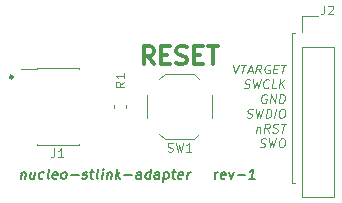
<source format=gbr>
%TF.GenerationSoftware,KiCad,Pcbnew,5.1.6-c6e7f7d~87~ubuntu18.04.1*%
%TF.CreationDate,2020-07-27T20:58:04-04:00*%
%TF.ProjectId,nucleo-stlink-adapter,6e75636c-656f-42d7-9374-6c696e6b2d61,rev?*%
%TF.SameCoordinates,Original*%
%TF.FileFunction,Legend,Top*%
%TF.FilePolarity,Positive*%
%FSLAX46Y46*%
G04 Gerber Fmt 4.6, Leading zero omitted, Abs format (unit mm)*
G04 Created by KiCad (PCBNEW 5.1.6-c6e7f7d~87~ubuntu18.04.1) date 2020-07-27 20:58:04*
%MOMM*%
%LPD*%
G01*
G04 APERTURE LIST*
%ADD10C,0.120000*%
%ADD11C,0.125000*%
%ADD12C,0.300000*%
%ADD13C,0.150000*%
%ADD14C,0.250000*%
G04 APERTURE END LIST*
D10*
X123500000Y-87750000D02*
X123750000Y-87750000D01*
X123500000Y-75000000D02*
X123500000Y-87750000D01*
X123750000Y-75000000D02*
X123500000Y-75000000D01*
D11*
X118570312Y-77714285D02*
X118726562Y-78464285D01*
X119070312Y-77714285D01*
X119213169Y-77714285D02*
X119641741Y-77714285D01*
X119333705Y-78464285D02*
X119427455Y-77714285D01*
X119789062Y-78250000D02*
X120146205Y-78250000D01*
X119690848Y-78464285D02*
X120034598Y-77714285D01*
X120190848Y-78464285D01*
X120869419Y-78464285D02*
X120664062Y-78107142D01*
X120440848Y-78464285D02*
X120534598Y-77714285D01*
X120820312Y-77714285D01*
X120887276Y-77750000D01*
X120918526Y-77785714D01*
X120945312Y-77857142D01*
X120931919Y-77964285D01*
X120887276Y-78035714D01*
X120847098Y-78071428D01*
X120771205Y-78107142D01*
X120485491Y-78107142D01*
X121672991Y-77750000D02*
X121606026Y-77714285D01*
X121498883Y-77714285D01*
X121387276Y-77750000D01*
X121306919Y-77821428D01*
X121262276Y-77892857D01*
X121208705Y-78035714D01*
X121195312Y-78142857D01*
X121213169Y-78285714D01*
X121239955Y-78357142D01*
X121302455Y-78428571D01*
X121405133Y-78464285D01*
X121476562Y-78464285D01*
X121588169Y-78428571D01*
X121628348Y-78392857D01*
X121659598Y-78142857D01*
X121516741Y-78142857D01*
X121989955Y-78071428D02*
X122239955Y-78071428D01*
X122297991Y-78464285D02*
X121940848Y-78464285D01*
X122034598Y-77714285D01*
X122391741Y-77714285D01*
X122606026Y-77714285D02*
X123034598Y-77714285D01*
X122726562Y-78464285D02*
X122820312Y-77714285D01*
X119481026Y-79678571D02*
X119583705Y-79714285D01*
X119762276Y-79714285D01*
X119838169Y-79678571D01*
X119878348Y-79642857D01*
X119922991Y-79571428D01*
X119931919Y-79500000D01*
X119905133Y-79428571D01*
X119873883Y-79392857D01*
X119806919Y-79357142D01*
X119668526Y-79321428D01*
X119601562Y-79285714D01*
X119570312Y-79250000D01*
X119543526Y-79178571D01*
X119552455Y-79107142D01*
X119597098Y-79035714D01*
X119637276Y-79000000D01*
X119713169Y-78964285D01*
X119891741Y-78964285D01*
X119994419Y-79000000D01*
X120248883Y-78964285D02*
X120333705Y-79714285D01*
X120543526Y-79178571D01*
X120619419Y-79714285D01*
X120891741Y-78964285D01*
X121521205Y-79642857D02*
X121481026Y-79678571D01*
X121369419Y-79714285D01*
X121297991Y-79714285D01*
X121195312Y-79678571D01*
X121132812Y-79607142D01*
X121106026Y-79535714D01*
X121088169Y-79392857D01*
X121101562Y-79285714D01*
X121155133Y-79142857D01*
X121199776Y-79071428D01*
X121280133Y-79000000D01*
X121391741Y-78964285D01*
X121463169Y-78964285D01*
X121565848Y-79000000D01*
X121597098Y-79035714D01*
X122190848Y-79714285D02*
X121833705Y-79714285D01*
X121927455Y-78964285D01*
X122440848Y-79714285D02*
X122534598Y-78964285D01*
X122869419Y-79714285D02*
X122601562Y-79285714D01*
X122963169Y-78964285D02*
X122481026Y-79392857D01*
X121387276Y-80250000D02*
X121320312Y-80214285D01*
X121213169Y-80214285D01*
X121101562Y-80250000D01*
X121021205Y-80321428D01*
X120976562Y-80392857D01*
X120922991Y-80535714D01*
X120909598Y-80642857D01*
X120927455Y-80785714D01*
X120954241Y-80857142D01*
X121016741Y-80928571D01*
X121119419Y-80964285D01*
X121190848Y-80964285D01*
X121302455Y-80928571D01*
X121342633Y-80892857D01*
X121373883Y-80642857D01*
X121231026Y-80642857D01*
X121655133Y-80964285D02*
X121748883Y-80214285D01*
X122083705Y-80964285D01*
X122177455Y-80214285D01*
X122440848Y-80964285D02*
X122534598Y-80214285D01*
X122713169Y-80214285D01*
X122815848Y-80250000D01*
X122878348Y-80321428D01*
X122905133Y-80392857D01*
X122922991Y-80535714D01*
X122909598Y-80642857D01*
X122856026Y-80785714D01*
X122811383Y-80857142D01*
X122731026Y-80928571D01*
X122619419Y-80964285D01*
X122440848Y-80964285D01*
X119695312Y-82178571D02*
X119797991Y-82214285D01*
X119976562Y-82214285D01*
X120052455Y-82178571D01*
X120092633Y-82142857D01*
X120137276Y-82071428D01*
X120146205Y-82000000D01*
X120119419Y-81928571D01*
X120088169Y-81892857D01*
X120021205Y-81857142D01*
X119882812Y-81821428D01*
X119815848Y-81785714D01*
X119784598Y-81750000D01*
X119757812Y-81678571D01*
X119766741Y-81607142D01*
X119811383Y-81535714D01*
X119851562Y-81500000D01*
X119927455Y-81464285D01*
X120106026Y-81464285D01*
X120208705Y-81500000D01*
X120463169Y-81464285D02*
X120547991Y-82214285D01*
X120757812Y-81678571D01*
X120833705Y-82214285D01*
X121106026Y-81464285D01*
X121297991Y-82214285D02*
X121391741Y-81464285D01*
X121570312Y-81464285D01*
X121672991Y-81500000D01*
X121735491Y-81571428D01*
X121762276Y-81642857D01*
X121780133Y-81785714D01*
X121766741Y-81892857D01*
X121713169Y-82035714D01*
X121668526Y-82107142D01*
X121588169Y-82178571D01*
X121476562Y-82214285D01*
X121297991Y-82214285D01*
X122047991Y-82214285D02*
X122141741Y-81464285D01*
X122641741Y-81464285D02*
X122784598Y-81464285D01*
X122851562Y-81500000D01*
X122914062Y-81571428D01*
X122931919Y-81714285D01*
X122900669Y-81964285D01*
X122847098Y-82107142D01*
X122766741Y-82178571D01*
X122690848Y-82214285D01*
X122547991Y-82214285D01*
X122481026Y-82178571D01*
X122418526Y-82107142D01*
X122400669Y-81964285D01*
X122431919Y-81714285D01*
X122485491Y-81571428D01*
X122565848Y-81500000D01*
X122641741Y-81464285D01*
X120539062Y-82964285D02*
X120476562Y-83464285D01*
X120530133Y-83035714D02*
X120570312Y-83000000D01*
X120646205Y-82964285D01*
X120753348Y-82964285D01*
X120820312Y-83000000D01*
X120847098Y-83071428D01*
X120797991Y-83464285D01*
X121583705Y-83464285D02*
X121378348Y-83107142D01*
X121155133Y-83464285D02*
X121248883Y-82714285D01*
X121534598Y-82714285D01*
X121601562Y-82750000D01*
X121632812Y-82785714D01*
X121659598Y-82857142D01*
X121646205Y-82964285D01*
X121601562Y-83035714D01*
X121561383Y-83071428D01*
X121485491Y-83107142D01*
X121199776Y-83107142D01*
X121873883Y-83428571D02*
X121976562Y-83464285D01*
X122155133Y-83464285D01*
X122231026Y-83428571D01*
X122271205Y-83392857D01*
X122315848Y-83321428D01*
X122324776Y-83250000D01*
X122297991Y-83178571D01*
X122266741Y-83142857D01*
X122199776Y-83107142D01*
X122061383Y-83071428D01*
X121994419Y-83035714D01*
X121963169Y-83000000D01*
X121936383Y-82928571D01*
X121945312Y-82857142D01*
X121989955Y-82785714D01*
X122030133Y-82750000D01*
X122106026Y-82714285D01*
X122284598Y-82714285D01*
X122387276Y-82750000D01*
X122606026Y-82714285D02*
X123034598Y-82714285D01*
X122726562Y-83464285D02*
X122820312Y-82714285D01*
X120802455Y-84678571D02*
X120905133Y-84714285D01*
X121083705Y-84714285D01*
X121159598Y-84678571D01*
X121199776Y-84642857D01*
X121244419Y-84571428D01*
X121253348Y-84500000D01*
X121226562Y-84428571D01*
X121195312Y-84392857D01*
X121128348Y-84357142D01*
X120989955Y-84321428D01*
X120922991Y-84285714D01*
X120891741Y-84250000D01*
X120864955Y-84178571D01*
X120873883Y-84107142D01*
X120918526Y-84035714D01*
X120958705Y-84000000D01*
X121034598Y-83964285D01*
X121213169Y-83964285D01*
X121315848Y-84000000D01*
X121570312Y-83964285D02*
X121655133Y-84714285D01*
X121864955Y-84178571D01*
X121940848Y-84714285D01*
X122213169Y-83964285D01*
X122641741Y-83964285D02*
X122784598Y-83964285D01*
X122851562Y-84000000D01*
X122914062Y-84071428D01*
X122931919Y-84214285D01*
X122900669Y-84464285D01*
X122847098Y-84607142D01*
X122766741Y-84678571D01*
X122690848Y-84714285D01*
X122547991Y-84714285D01*
X122481026Y-84678571D01*
X122418526Y-84607142D01*
X122400669Y-84464285D01*
X122431919Y-84214285D01*
X122485491Y-84071428D01*
X122565848Y-84000000D01*
X122641741Y-83964285D01*
D12*
X111821428Y-77678571D02*
X111321428Y-76964285D01*
X110964285Y-77678571D02*
X110964285Y-76178571D01*
X111535714Y-76178571D01*
X111678571Y-76250000D01*
X111750000Y-76321428D01*
X111821428Y-76464285D01*
X111821428Y-76678571D01*
X111750000Y-76821428D01*
X111678571Y-76892857D01*
X111535714Y-76964285D01*
X110964285Y-76964285D01*
X112464285Y-76892857D02*
X112964285Y-76892857D01*
X113178571Y-77678571D02*
X112464285Y-77678571D01*
X112464285Y-76178571D01*
X113178571Y-76178571D01*
X113750000Y-77607142D02*
X113964285Y-77678571D01*
X114321428Y-77678571D01*
X114464285Y-77607142D01*
X114535714Y-77535714D01*
X114607142Y-77392857D01*
X114607142Y-77250000D01*
X114535714Y-77107142D01*
X114464285Y-77035714D01*
X114321428Y-76964285D01*
X114035714Y-76892857D01*
X113892857Y-76821428D01*
X113821428Y-76750000D01*
X113750000Y-76607142D01*
X113750000Y-76464285D01*
X113821428Y-76321428D01*
X113892857Y-76250000D01*
X114035714Y-76178571D01*
X114392857Y-76178571D01*
X114607142Y-76250000D01*
X115250000Y-76892857D02*
X115750000Y-76892857D01*
X115964285Y-77678571D02*
X115250000Y-77678571D01*
X115250000Y-76178571D01*
X115964285Y-76178571D01*
X116392857Y-76178571D02*
X117250000Y-76178571D01*
X116821428Y-77678571D02*
X116821428Y-76178571D01*
D13*
X116983422Y-87384523D02*
X117054255Y-86817857D01*
X117034017Y-86979761D02*
X117084613Y-86898809D01*
X117130148Y-86858333D01*
X117216160Y-86817857D01*
X117297113Y-86817857D01*
X117838482Y-87344047D02*
X117752470Y-87384523D01*
X117590565Y-87384523D01*
X117514672Y-87344047D01*
X117484315Y-87263095D01*
X117524791Y-86939285D01*
X117575386Y-86858333D01*
X117661398Y-86817857D01*
X117823303Y-86817857D01*
X117899196Y-86858333D01*
X117929553Y-86939285D01*
X117919434Y-87020238D01*
X117504553Y-87101190D01*
X118228065Y-86817857D02*
X118359613Y-87384523D01*
X118632827Y-86817857D01*
X118926279Y-87060714D02*
X119573898Y-87060714D01*
X120383422Y-87384523D02*
X119897708Y-87384523D01*
X120140565Y-87384523D02*
X120246815Y-86534523D01*
X120150684Y-86655952D01*
X120059613Y-86736904D01*
X119973601Y-86777380D01*
X100630446Y-86817857D02*
X100559613Y-87384523D01*
X100620327Y-86898809D02*
X100665863Y-86858333D01*
X100751875Y-86817857D01*
X100873303Y-86817857D01*
X100949196Y-86858333D01*
X100979553Y-86939285D01*
X100923898Y-87384523D01*
X101763779Y-86817857D02*
X101692946Y-87384523D01*
X101399494Y-86817857D02*
X101343839Y-87263095D01*
X101374196Y-87344047D01*
X101450089Y-87384523D01*
X101571517Y-87384523D01*
X101657529Y-87344047D01*
X101703065Y-87303571D01*
X102467053Y-87344047D02*
X102381041Y-87384523D01*
X102219136Y-87384523D01*
X102143244Y-87344047D01*
X102107827Y-87303571D01*
X102077470Y-87222619D01*
X102107827Y-86979761D01*
X102158422Y-86898809D01*
X102203958Y-86858333D01*
X102289970Y-86817857D01*
X102451875Y-86817857D01*
X102527767Y-86858333D01*
X102947708Y-87384523D02*
X102871815Y-87344047D01*
X102841458Y-87263095D01*
X102932529Y-86534523D01*
X103600386Y-87344047D02*
X103514375Y-87384523D01*
X103352470Y-87384523D01*
X103276577Y-87344047D01*
X103246220Y-87263095D01*
X103286696Y-86939285D01*
X103337291Y-86858333D01*
X103423303Y-86817857D01*
X103585208Y-86817857D01*
X103661101Y-86858333D01*
X103691458Y-86939285D01*
X103681339Y-87020238D01*
X103266458Y-87101190D01*
X104121517Y-87384523D02*
X104045625Y-87344047D01*
X104010208Y-87303571D01*
X103979851Y-87222619D01*
X104010208Y-86979761D01*
X104060803Y-86898809D01*
X104106339Y-86858333D01*
X104192351Y-86817857D01*
X104313779Y-86817857D01*
X104389672Y-86858333D01*
X104425089Y-86898809D01*
X104455446Y-86979761D01*
X104425089Y-87222619D01*
X104374494Y-87303571D01*
X104328958Y-87344047D01*
X104242946Y-87384523D01*
X104121517Y-87384523D01*
X104809613Y-87060714D02*
X105457232Y-87060714D01*
X105786101Y-87344047D02*
X105861994Y-87384523D01*
X106023898Y-87384523D01*
X106109910Y-87344047D01*
X106160505Y-87263095D01*
X106165565Y-87222619D01*
X106135208Y-87141666D01*
X106059315Y-87101190D01*
X105937886Y-87101190D01*
X105861994Y-87060714D01*
X105831636Y-86979761D01*
X105836696Y-86939285D01*
X105887291Y-86858333D01*
X105973303Y-86817857D01*
X106094732Y-86817857D01*
X106170625Y-86858333D01*
X106459017Y-86817857D02*
X106782827Y-86817857D01*
X106615863Y-86534523D02*
X106524791Y-87263095D01*
X106555148Y-87344047D01*
X106631041Y-87384523D01*
X106711994Y-87384523D01*
X107116755Y-87384523D02*
X107040863Y-87344047D01*
X107010505Y-87263095D01*
X107101577Y-86534523D01*
X107440565Y-87384523D02*
X107511398Y-86817857D01*
X107546815Y-86534523D02*
X107501279Y-86575000D01*
X107536696Y-86615476D01*
X107582232Y-86575000D01*
X107546815Y-86534523D01*
X107536696Y-86615476D01*
X107916160Y-86817857D02*
X107845327Y-87384523D01*
X107906041Y-86898809D02*
X107951577Y-86858333D01*
X108037589Y-86817857D01*
X108159017Y-86817857D01*
X108234910Y-86858333D01*
X108265267Y-86939285D01*
X108209613Y-87384523D01*
X108614375Y-87384523D02*
X108720625Y-86534523D01*
X108735803Y-87060714D02*
X108938184Y-87384523D01*
X109009017Y-86817857D02*
X108644732Y-87141666D01*
X109342946Y-87060714D02*
X109990565Y-87060714D01*
X110719136Y-87384523D02*
X110774791Y-86939285D01*
X110744434Y-86858333D01*
X110668541Y-86817857D01*
X110506636Y-86817857D01*
X110420625Y-86858333D01*
X110724196Y-87344047D02*
X110638184Y-87384523D01*
X110435803Y-87384523D01*
X110359910Y-87344047D01*
X110329553Y-87263095D01*
X110339672Y-87182142D01*
X110390267Y-87101190D01*
X110476279Y-87060714D01*
X110678660Y-87060714D01*
X110764672Y-87020238D01*
X111488184Y-87384523D02*
X111594434Y-86534523D01*
X111493244Y-87344047D02*
X111407232Y-87384523D01*
X111245327Y-87384523D01*
X111169434Y-87344047D01*
X111134017Y-87303571D01*
X111103660Y-87222619D01*
X111134017Y-86979761D01*
X111184613Y-86898809D01*
X111230148Y-86858333D01*
X111316160Y-86817857D01*
X111478065Y-86817857D01*
X111553958Y-86858333D01*
X112257232Y-87384523D02*
X112312886Y-86939285D01*
X112282529Y-86858333D01*
X112206636Y-86817857D01*
X112044732Y-86817857D01*
X111958720Y-86858333D01*
X112262291Y-87344047D02*
X112176279Y-87384523D01*
X111973898Y-87384523D01*
X111898005Y-87344047D01*
X111867648Y-87263095D01*
X111877767Y-87182142D01*
X111928363Y-87101190D01*
X112014375Y-87060714D01*
X112216755Y-87060714D01*
X112302767Y-87020238D01*
X112732827Y-86817857D02*
X112626577Y-87667857D01*
X112727767Y-86858333D02*
X112813779Y-86817857D01*
X112975684Y-86817857D01*
X113051577Y-86858333D01*
X113086994Y-86898809D01*
X113117351Y-86979761D01*
X113086994Y-87222619D01*
X113036398Y-87303571D01*
X112990863Y-87344047D01*
X112904851Y-87384523D01*
X112742946Y-87384523D01*
X112667053Y-87344047D01*
X113380446Y-86817857D02*
X113704255Y-86817857D01*
X113537291Y-86534523D02*
X113446220Y-87263095D01*
X113476577Y-87344047D01*
X113552470Y-87384523D01*
X113633422Y-87384523D01*
X114245625Y-87344047D02*
X114159613Y-87384523D01*
X113997708Y-87384523D01*
X113921815Y-87344047D01*
X113891458Y-87263095D01*
X113931934Y-86939285D01*
X113982529Y-86858333D01*
X114068541Y-86817857D01*
X114230446Y-86817857D01*
X114306339Y-86858333D01*
X114336696Y-86939285D01*
X114326577Y-87020238D01*
X113911696Y-87101190D01*
X114645327Y-87384523D02*
X114716160Y-86817857D01*
X114695922Y-86979761D02*
X114746517Y-86898809D01*
X114792053Y-86858333D01*
X114878065Y-86817857D01*
X114959017Y-86817857D01*
D14*
X99875000Y-78750000D02*
G75*
G03*
X99875000Y-78750000I-125000J0D01*
G01*
D10*
%TO.C,SW1*%
X115693377Y-78953066D02*
X115243377Y-78503066D01*
X112293377Y-78953066D02*
X112743377Y-78503066D01*
X112293377Y-83553066D02*
X112743377Y-84003066D01*
X115693377Y-83553066D02*
X115243377Y-84003066D01*
X111243377Y-82253066D02*
X111243377Y-80253066D01*
X115243377Y-78503066D02*
X112743377Y-78503066D01*
X116743377Y-82253066D02*
X116743377Y-80253066D01*
X115243377Y-84003066D02*
X112743377Y-84003066D01*
%TO.C,R1*%
X109512269Y-81424289D02*
X109512269Y-81098731D01*
X108492269Y-81424289D02*
X108492269Y-81098731D01*
%TO.C,J2*%
X124400000Y-73600000D02*
X125730000Y-73600000D01*
X124400000Y-74930000D02*
X124400000Y-73600000D01*
X124400000Y-76200000D02*
X127060000Y-76200000D01*
X127060000Y-76200000D02*
X127060000Y-88960000D01*
X124400000Y-76200000D02*
X124400000Y-88960000D01*
X124400000Y-88960000D02*
X127060000Y-88960000D01*
%TO.C,J1*%
X105465000Y-84420000D02*
X105465000Y-84485000D01*
X101935000Y-84420000D02*
X101935000Y-84485000D01*
X105465000Y-78015000D02*
X105465000Y-78080000D01*
X101935000Y-78015000D02*
X101935000Y-78080000D01*
X100610000Y-78080000D02*
X101935000Y-78080000D01*
X101935000Y-84485000D02*
X105465000Y-84485000D01*
X101935000Y-78015000D02*
X105465000Y-78015000D01*
%TO.C,SW1*%
D11*
X112993377Y-85061446D02*
X113100519Y-85097160D01*
X113279091Y-85097160D01*
X113350519Y-85061446D01*
X113386234Y-85025732D01*
X113421948Y-84954303D01*
X113421948Y-84882875D01*
X113386234Y-84811446D01*
X113350519Y-84775732D01*
X113279091Y-84740017D01*
X113136234Y-84704303D01*
X113064805Y-84668589D01*
X113029091Y-84632875D01*
X112993377Y-84561446D01*
X112993377Y-84490017D01*
X113029091Y-84418589D01*
X113064805Y-84382875D01*
X113136234Y-84347160D01*
X113314805Y-84347160D01*
X113421948Y-84382875D01*
X113671948Y-84347160D02*
X113850519Y-85097160D01*
X113993377Y-84561446D01*
X114136234Y-85097160D01*
X114314805Y-84347160D01*
X114993377Y-85097160D02*
X114564805Y-85097160D01*
X114779091Y-85097160D02*
X114779091Y-84347160D01*
X114707662Y-84454303D01*
X114636234Y-84525732D01*
X114564805Y-84561446D01*
%TO.C,R1*%
X109341554Y-79174010D02*
X108984411Y-79424010D01*
X109341554Y-79602581D02*
X108591554Y-79602581D01*
X108591554Y-79316867D01*
X108627269Y-79245438D01*
X108662983Y-79209724D01*
X108734411Y-79174010D01*
X108841554Y-79174010D01*
X108912983Y-79209724D01*
X108948697Y-79245438D01*
X108984411Y-79316867D01*
X108984411Y-79602581D01*
X109341554Y-78459724D02*
X109341554Y-78888295D01*
X109341554Y-78674010D02*
X108591554Y-78674010D01*
X108698697Y-78745438D01*
X108770126Y-78816867D01*
X108805840Y-78888295D01*
%TO.C,J2*%
X126277967Y-72713295D02*
X126277967Y-73249010D01*
X126242252Y-73356152D01*
X126170824Y-73427581D01*
X126063681Y-73463295D01*
X125992252Y-73463295D01*
X126599395Y-72784724D02*
X126635109Y-72749010D01*
X126706538Y-72713295D01*
X126885109Y-72713295D01*
X126956538Y-72749010D01*
X126992252Y-72784724D01*
X127027967Y-72856152D01*
X127027967Y-72927581D01*
X126992252Y-73034724D01*
X126563681Y-73463295D01*
X127027967Y-73463295D01*
%TO.C,J1*%
X103400000Y-84809285D02*
X103400000Y-85345000D01*
X103364285Y-85452142D01*
X103292857Y-85523571D01*
X103185714Y-85559285D01*
X103114285Y-85559285D01*
X104150000Y-85559285D02*
X103721428Y-85559285D01*
X103935714Y-85559285D02*
X103935714Y-84809285D01*
X103864285Y-84916428D01*
X103792857Y-84987857D01*
X103721428Y-85023571D01*
%TD*%
M02*

</source>
